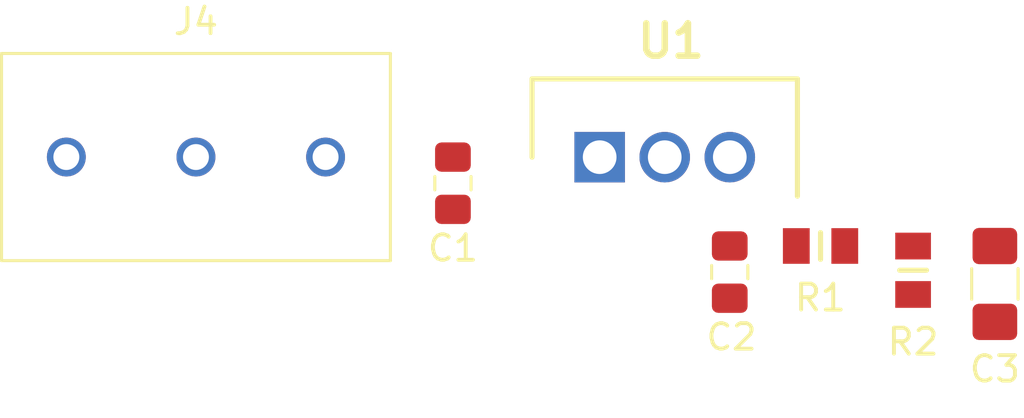
<source format=kicad_pcb>
(kicad_pcb (version 20171130) (host pcbnew "(5.1.2)-2")

  (general
    (thickness 1.6)
    (drawings 0)
    (tracks 0)
    (zones 0)
    (modules 7)
    (nets 6)
  )

  (page A4)
  (title_block
    (title "Stereo EQ Power")
    (rev v01)
    (comment 2 creativecommons.org/licenses/by/4.0/)
    (comment 3 "License: CC BY 4.0")
    (comment 4 "Author: Andrew Craddick")
  )

  (layers
    (0 F.Cu signal)
    (31 B.Cu signal)
    (32 B.Adhes user)
    (33 F.Adhes user)
    (34 B.Paste user)
    (35 F.Paste user)
    (36 B.SilkS user)
    (37 F.SilkS user)
    (38 B.Mask user)
    (39 F.Mask user)
    (40 Dwgs.User user hide)
    (41 Cmts.User user)
    (42 Eco1.User user)
    (43 Eco2.User user)
    (44 Edge.Cuts user)
    (45 Margin user)
    (46 B.CrtYd user)
    (47 F.CrtYd user)
    (48 B.Fab user)
    (49 F.Fab user hide)
  )

  (setup
    (last_trace_width 0.254)
    (trace_clearance 0.254)
    (zone_clearance 0.508)
    (zone_45_only no)
    (trace_min 0.1524)
    (via_size 0.762)
    (via_drill 0.381)
    (via_min_size 0.6858)
    (via_min_drill 0.3302)
    (uvia_size 0.762)
    (uvia_drill 0.381)
    (uvias_allowed no)
    (uvia_min_size 0.6858)
    (uvia_min_drill 0.3302)
    (edge_width 0.05)
    (segment_width 0.2)
    (pcb_text_width 0.3)
    (pcb_text_size 1.5 1.5)
    (mod_edge_width 0.12)
    (mod_text_size 1 1)
    (mod_text_width 0.15)
    (pad_size 1.524 1.524)
    (pad_drill 0.762)
    (pad_to_mask_clearance 0.051)
    (solder_mask_min_width 0.25)
    (aux_axis_origin 0 0)
    (visible_elements 7FFFFFFF)
    (pcbplotparams
      (layerselection 0x010fc_ffffffff)
      (usegerberextensions false)
      (usegerberattributes false)
      (usegerberadvancedattributes false)
      (creategerberjobfile false)
      (excludeedgelayer true)
      (linewidth 0.100000)
      (plotframeref false)
      (viasonmask false)
      (mode 1)
      (useauxorigin false)
      (hpglpennumber 1)
      (hpglpenspeed 20)
      (hpglpendiameter 15.000000)
      (psnegative false)
      (psa4output false)
      (plotreference true)
      (plotvalue true)
      (plotinvisibletext false)
      (padsonsilk false)
      (subtractmaskfromsilk false)
      (outputformat 1)
      (mirror false)
      (drillshape 1)
      (scaleselection 1)
      (outputdirectory ""))
  )

  (net 0 "")
  (net 1 V_GND)
  (net 2 GND)
  (net 3 VCC)
  (net 4 +12V)
  (net 5 "Net-(J4-Pad2)")

  (net_class Default "This is the default net class."
    (clearance 0.254)
    (trace_width 0.254)
    (via_dia 0.762)
    (via_drill 0.381)
    (uvia_dia 0.762)
    (uvia_drill 0.381)
    (add_net +12V)
    (add_net GND)
    (add_net "Net-(J4-Pad2)")
    (add_net VCC)
    (add_net V_GND)
  )

  (module 95_WECO_Scew_in_Connector:95_WECO_Screw_in_Connector (layer F.Cu) (tedit 601B6E16) (tstamp 601BE611)
    (at 115.6589 80.24368)
    (descr "Through hole screw in connector")
    (path /601CE656)
    (fp_text reference J4 (at 0 -5.31368) (layer F.SilkS)
      (effects (font (size 1 1) (thickness 0.15)))
    )
    (fp_text value Screw_Terminal_01x03 (at 0 -7.62) (layer F.Fab)
      (effects (font (size 1 1) (thickness 0.15)))
    )
    (fp_line (start -7.62 4.064) (end 7.62 4.064) (layer F.SilkS) (width 0.12))
    (fp_line (start 7.62 -4.064) (end -7.62 -4.064) (layer F.SilkS) (width 0.12))
    (fp_line (start -7.62 4.064) (end -7.62 -4.064) (layer F.SilkS) (width 0.12))
    (fp_line (start 7.62 4.064) (end 7.62 -4.064) (layer F.SilkS) (width 0.12))
    (pad 1 thru_hole circle (at -5.08 0) (size 1.524 1.524) (drill 1.016) (layers *.Cu *.Mask)
      (net 2 GND))
    (pad 3 thru_hole circle (at 5.08 0) (size 1.524 1.524) (drill 1.016) (layers *.Cu *.Mask)
      (net 3 VCC))
    (pad 2 thru_hole circle (at 0 0) (size 1.524 1.524) (drill 1.016) (layers *.Cu *.Mask)
      (net 5 "Net-(J4-Pad2)"))
  )

  (module Capacitor_SMD:C_0805_2012Metric_Pad1.15x1.40mm_HandSolder (layer F.Cu) (tedit 5B36C52B) (tstamp 601BF5F8)
    (at 125.73 81.271 270)
    (descr "Capacitor SMD 0805 (2012 Metric), square (rectangular) end terminal, IPC_7351 nominal with elongated pad for handsoldering. (Body size source: https://docs.google.com/spreadsheets/d/1BsfQQcO9C6DZCsRaXUlFlo91Tg2WpOkGARC1WS5S8t0/edit?usp=sharing), generated with kicad-footprint-generator")
    (tags "capacitor handsolder")
    (path /5D4FE17F)
    (attr smd)
    (fp_text reference C1 (at 2.549 0 180) (layer F.SilkS)
      (effects (font (size 1 1) (thickness 0.15)))
    )
    (fp_text value 0.33μ (at -2.785 0 180) (layer F.Fab)
      (effects (font (size 1 1) (thickness 0.15)))
    )
    (fp_text user %R (at 0 0 90) (layer F.Fab)
      (effects (font (size 0.5 0.5) (thickness 0.08)))
    )
    (fp_line (start 1.85 0.95) (end -1.85 0.95) (layer F.CrtYd) (width 0.05))
    (fp_line (start 1.85 -0.95) (end 1.85 0.95) (layer F.CrtYd) (width 0.05))
    (fp_line (start -1.85 -0.95) (end 1.85 -0.95) (layer F.CrtYd) (width 0.05))
    (fp_line (start -1.85 0.95) (end -1.85 -0.95) (layer F.CrtYd) (width 0.05))
    (fp_line (start -0.261252 0.71) (end 0.261252 0.71) (layer F.SilkS) (width 0.12))
    (fp_line (start -0.261252 -0.71) (end 0.261252 -0.71) (layer F.SilkS) (width 0.12))
    (fp_line (start 1 0.6) (end -1 0.6) (layer F.Fab) (width 0.1))
    (fp_line (start 1 -0.6) (end 1 0.6) (layer F.Fab) (width 0.1))
    (fp_line (start -1 -0.6) (end 1 -0.6) (layer F.Fab) (width 0.1))
    (fp_line (start -1 0.6) (end -1 -0.6) (layer F.Fab) (width 0.1))
    (pad 2 smd roundrect (at 1.025 0 270) (size 1.15 1.4) (layers F.Cu F.Paste F.Mask) (roundrect_rratio 0.217391)
      (net 2 GND))
    (pad 1 smd roundrect (at -1.025 0 270) (size 1.15 1.4) (layers F.Cu F.Paste F.Mask) (roundrect_rratio 0.217391)
      (net 3 VCC))
    (model ${KISYS3DMOD}/Capacitor_SMD.3dshapes/C_0805_2012Metric.wrl
      (at (xyz 0 0 0))
      (scale (xyz 1 1 1))
      (rotate (xyz 0 0 0))
    )
  )

  (module Capacitor_SMD:C_1206_3216Metric_Pad1.42x1.75mm_HandSolder (layer F.Cu) (tedit 5B301BBE) (tstamp 601BFE54)
    (at 146.96948 85.22368 270)
    (descr "Capacitor SMD 1206 (3216 Metric), square (rectangular) end terminal, IPC_7351 nominal with elongated pad for handsoldering. (Body size source: http://www.tortai-tech.com/upload/download/2011102023233369053.pdf), generated with kicad-footprint-generator")
    (tags "capacitor handsolder")
    (path /601DD0A3)
    (attr smd)
    (fp_text reference C3 (at 3.3385 0 180) (layer F.SilkS)
      (effects (font (size 1 1) (thickness 0.15)))
    )
    (fp_text value 100μ (at -3.0115 -0.09652 180) (layer F.Fab)
      (effects (font (size 0.762 0.762) (thickness 0.1016)))
    )
    (fp_line (start -1.6 0.8) (end -1.6 -0.8) (layer F.Fab) (width 0.1))
    (fp_line (start -1.6 -0.8) (end 1.6 -0.8) (layer F.Fab) (width 0.1))
    (fp_line (start 1.6 -0.8) (end 1.6 0.8) (layer F.Fab) (width 0.1))
    (fp_line (start 1.6 0.8) (end -1.6 0.8) (layer F.Fab) (width 0.1))
    (fp_line (start -0.602064 -0.91) (end 0.602064 -0.91) (layer F.SilkS) (width 0.12))
    (fp_line (start -0.602064 0.91) (end 0.602064 0.91) (layer F.SilkS) (width 0.12))
    (fp_line (start -2.45 1.12) (end -2.45 -1.12) (layer F.CrtYd) (width 0.05))
    (fp_line (start -2.45 -1.12) (end 2.45 -1.12) (layer F.CrtYd) (width 0.05))
    (fp_line (start 2.45 -1.12) (end 2.45 1.12) (layer F.CrtYd) (width 0.05))
    (fp_line (start 2.45 1.12) (end -2.45 1.12) (layer F.CrtYd) (width 0.05))
    (fp_text user %R (at 4.6085 -0.09652 180) (layer F.Fab)
      (effects (font (size 0.8 0.8) (thickness 0.12)))
    )
    (pad 1 smd roundrect (at -1.4875 0 270) (size 1.425 1.75) (layers F.Cu F.Paste F.Mask) (roundrect_rratio 0.175439)
      (net 1 V_GND))
    (pad 2 smd roundrect (at 1.4875 0 270) (size 1.425 1.75) (layers F.Cu F.Paste F.Mask) (roundrect_rratio 0.175439)
      (net 2 GND))
    (model ${KISYS3DMOD}/Capacitor_SMD.3dshapes/C_1206_3216Metric.wrl
      (at (xyz 0 0 0))
      (scale (xyz 1 1 1))
      (rotate (xyz 0 0 0))
    )
  )

  (module Capacitor_SMD:C_0805_2012Metric_Pad1.15x1.40mm_HandSolder (layer F.Cu) (tedit 5B36C52B) (tstamp 601BFE24)
    (at 136.57834 84.75864 270)
    (descr "Capacitor SMD 0805 (2012 Metric), square (rectangular) end terminal, IPC_7351 nominal with elongated pad for handsoldering. (Body size source: https://docs.google.com/spreadsheets/d/1BsfQQcO9C6DZCsRaXUlFlo91Tg2WpOkGARC1WS5S8t0/edit?usp=sharing), generated with kicad-footprint-generator")
    (tags "capacitor handsolder")
    (path /601DD09F)
    (attr smd)
    (fp_text reference C2 (at 2.549 -0.06858 180) (layer F.SilkS)
      (effects (font (size 1 1) (thickness 0.15)))
    )
    (fp_text value 10μ (at 0.00878 2.54 180) (layer F.Fab)
      (effects (font (size 1 1) (thickness 0.15)))
    )
    (fp_line (start -1 0.6) (end -1 -0.6) (layer F.Fab) (width 0.1))
    (fp_line (start -1 -0.6) (end 1 -0.6) (layer F.Fab) (width 0.1))
    (fp_line (start 1 -0.6) (end 1 0.6) (layer F.Fab) (width 0.1))
    (fp_line (start 1 0.6) (end -1 0.6) (layer F.Fab) (width 0.1))
    (fp_line (start -0.261252 -0.71) (end 0.261252 -0.71) (layer F.SilkS) (width 0.12))
    (fp_line (start -0.261252 0.71) (end 0.261252 0.71) (layer F.SilkS) (width 0.12))
    (fp_line (start -1.85 0.95) (end -1.85 -0.95) (layer F.CrtYd) (width 0.05))
    (fp_line (start -1.85 -0.95) (end 1.85 -0.95) (layer F.CrtYd) (width 0.05))
    (fp_line (start 1.85 -0.95) (end 1.85 0.95) (layer F.CrtYd) (width 0.05))
    (fp_line (start 1.85 0.95) (end -1.85 0.95) (layer F.CrtYd) (width 0.05))
    (fp_text user %R (at 0 0 90) (layer F.Fab)
      (effects (font (size 0.5 0.5) (thickness 0.08)))
    )
    (pad 1 smd roundrect (at -1.025 0 270) (size 1.15 1.4) (layers F.Cu F.Paste F.Mask) (roundrect_rratio 0.217391)
      (net 4 +12V))
    (pad 2 smd roundrect (at 1.025 0 270) (size 1.15 1.4) (layers F.Cu F.Paste F.Mask) (roundrect_rratio 0.217391)
      (net 2 GND))
    (model ${KISYS3DMOD}/Capacitor_SMD.3dshapes/C_0805_2012Metric.wrl
      (at (xyz 0 0 0))
      (scale (xyz 1 1 1))
      (rotate (xyz 0 0 0))
    )
  )

  (module SamacSys_Parts:RESC2012X60N (layer F.Cu) (tedit 600F76D7) (tstamp 601BFF85)
    (at 140.13692 83.73364 180)
    (descr "Thin Film Resistors - SMD 0805 27k, 63k, 2k ohms")
    (tags Resistor)
    (path /601DD0A5)
    (attr smd)
    (fp_text reference R1 (at 0.0102 -2.032) (layer F.SilkS)
      (effects (font (size 1.016 1.016) (thickness 0.1524)))
    )
    (fp_text value 100k (at 0 1.524) (layer F.Fab) hide
      (effects (font (size 0.762 0.762) (thickness 0.127)))
    )
    (fp_text user %R (at -0.066 -3.556) (layer F.Fab)
      (effects (font (size 1.27 1.27) (thickness 0.254)))
    )
    (fp_line (start -1.725 -0.95) (end 1.725 -0.95) (layer F.CrtYd) (width 0.05))
    (fp_line (start 1.725 -0.95) (end 1.725 0.95) (layer F.CrtYd) (width 0.05))
    (fp_line (start 1.725 0.95) (end -1.725 0.95) (layer F.CrtYd) (width 0.05))
    (fp_line (start -1.725 0.95) (end -1.725 -0.95) (layer F.CrtYd) (width 0.05))
    (fp_line (start -1 -0.625) (end 1 -0.625) (layer F.Fab) (width 0.1))
    (fp_line (start 1 -0.625) (end 1 0.625) (layer F.Fab) (width 0.1))
    (fp_line (start 1 0.625) (end -1 0.625) (layer F.Fab) (width 0.1))
    (fp_line (start -1 0.625) (end -1 -0.625) (layer F.Fab) (width 0.1))
    (fp_line (start 0 -0.525) (end 0 0.525) (layer F.SilkS) (width 0.2))
    (pad 1 smd rect (at -0.95 0 180) (size 1.05 1.4) (layers F.Cu F.Paste F.Mask)
      (net 1 V_GND))
    (pad 2 smd rect (at 0.95 0 180) (size 1.05 1.4) (layers F.Cu F.Paste F.Mask)
      (net 4 +12V))
    (model "C:\\Users\\Andrew's LG\\Downloads\\SamacSys_Parts.3dshapes\\ERA-6AED273V.stp"
      (at (xyz 0 0 0))
      (scale (xyz 1 1 1))
      (rotate (xyz 0 0 0))
    )
  )

  (module SamacSys_Parts:RESC2012X60N (layer F.Cu) (tedit 600F76D7) (tstamp 601BFDC9)
    (at 143.764 84.68618 90)
    (descr "Thin Film Resistors - SMD 0805 27k, 63k, 2k ohms")
    (tags Resistor)
    (path /601DD0A2)
    (attr smd)
    (fp_text reference R2 (at -2.8092 0 180) (layer F.SilkS)
      (effects (font (size 1.016 1.016) (thickness 0.1524)))
    )
    (fp_text value 100k (at 2.474 0 180) (layer F.Fab) hide
      (effects (font (size 0.762 0.762) (thickness 0.127)))
    )
    (fp_text user %R (at -4.13 0 180) (layer F.Fab)
      (effects (font (size 1.27 1.27) (thickness 0.254)))
    )
    (fp_line (start -1.725 -0.95) (end 1.725 -0.95) (layer F.CrtYd) (width 0.05))
    (fp_line (start 1.725 -0.95) (end 1.725 0.95) (layer F.CrtYd) (width 0.05))
    (fp_line (start 1.725 0.95) (end -1.725 0.95) (layer F.CrtYd) (width 0.05))
    (fp_line (start -1.725 0.95) (end -1.725 -0.95) (layer F.CrtYd) (width 0.05))
    (fp_line (start -1 -0.625) (end 1 -0.625) (layer F.Fab) (width 0.1))
    (fp_line (start 1 -0.625) (end 1 0.625) (layer F.Fab) (width 0.1))
    (fp_line (start 1 0.625) (end -1 0.625) (layer F.Fab) (width 0.1))
    (fp_line (start -1 0.625) (end -1 -0.625) (layer F.Fab) (width 0.1))
    (fp_line (start 0 -0.525) (end 0 0.525) (layer F.SilkS) (width 0.2))
    (pad 1 smd rect (at -0.95 0 90) (size 1.05 1.4) (layers F.Cu F.Paste F.Mask)
      (net 2 GND))
    (pad 2 smd rect (at 0.95 0 90) (size 1.05 1.4) (layers F.Cu F.Paste F.Mask)
      (net 1 V_GND))
    (model "C:\\Users\\Andrew's LG\\Downloads\\SamacSys_Parts.3dshapes\\ERA-6AED273V.stp"
      (at (xyz 0 0 0))
      (scale (xyz 1 1 1))
      (rotate (xyz 0 0 0))
    )
  )

  (module SamacSys_Parts:TO255P460X1020X2008-3P (layer F.Cu) (tedit 60139E91) (tstamp 601BE84A)
    (at 131.48056 80.24876)
    (descr "3-Pin TO-220")
    (tags "Integrated Circuit")
    (path /601DD0AA)
    (fp_text reference U1 (at 2.794 -4.55676) (layer F.SilkS)
      (effects (font (size 1.27 1.27) (thickness 0.254)))
    )
    (fp_text value L7812CV (at 2.286 -6.58876) (layer F.Fab) hide
      (effects (font (size 1.27 1.27) (thickness 0.254)))
    )
    (fp_text user %R (at -1.6918 -4.29514) (layer F.Fab)
      (effects (font (size 1.27 1.27) (thickness 0.254)))
    )
    (fp_line (start -2.9 -3.32) (end 8 -3.32) (layer F.CrtYd) (width 0.05))
    (fp_line (start 8 -3.32) (end 8 1.78) (layer F.CrtYd) (width 0.05))
    (fp_line (start 8 1.78) (end -2.9 1.78) (layer F.CrtYd) (width 0.05))
    (fp_line (start -2.9 1.78) (end -2.9 -3.32) (layer F.CrtYd) (width 0.05))
    (fp_line (start -2.65 -3.07) (end 7.75 -3.07) (layer F.Fab) (width 0.1))
    (fp_line (start 7.75 -3.07) (end 7.75 1.53) (layer F.Fab) (width 0.1))
    (fp_line (start 7.75 1.53) (end -2.65 1.53) (layer F.Fab) (width 0.1))
    (fp_line (start -2.65 1.53) (end -2.65 -3.07) (layer F.Fab) (width 0.1))
    (fp_line (start -2.65 -1.795) (end -1.375 -3.07) (layer F.Fab) (width 0.1))
    (fp_line (start 7.75 1.53) (end 7.75 -3.07) (layer F.SilkS) (width 0.2))
    (fp_line (start 7.75 -3.07) (end -2.65 -3.07) (layer F.SilkS) (width 0.2))
    (fp_line (start -2.65 -3.07) (end -2.65 0) (layer F.SilkS) (width 0.2))
    (pad 1 thru_hole rect (at 0 0) (size 1.98 1.98) (drill 1.32) (layers *.Cu *.Mask)
      (net 3 VCC))
    (pad 2 thru_hole circle (at 2.55 0) (size 1.98 1.98) (drill 1.32) (layers *.Cu *.Mask)
      (net 2 GND))
    (pad 3 thru_hole circle (at 5.1 0) (size 1.98 1.98) (drill 1.32) (layers *.Cu *.Mask)
      (net 4 +12V))
    (model "C:\\Users\\Andrew's LG\\Downloads\\SamacSys_Parts.3dshapes\\L7812CV.stp"
      (at (xyz 0 0 0))
      (scale (xyz 1 1 1))
      (rotate (xyz 0 0 0))
    )
  )

)

</source>
